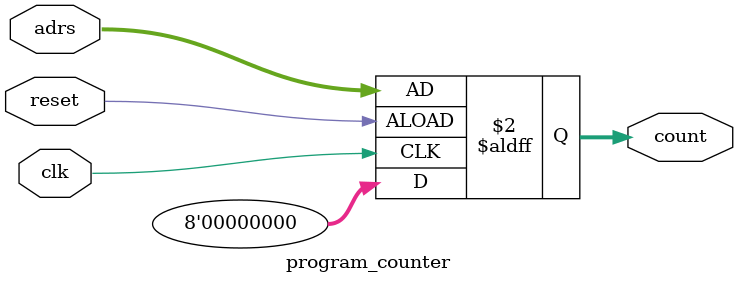
<source format=sv>
`timescale 1ns / 1ps

module program_counter #(parameter n = 8)(
    input logic clk,      
    input logic reset,   
    inout logic [n-1:0] adrs,
    output logic [n-1:0] count 
);

    always @(posedge clk or negedge reset) begin
        if (reset) 
            count <= 4'b0000; 
        else 
            count <= adrs; 
    end

endmodule

</source>
